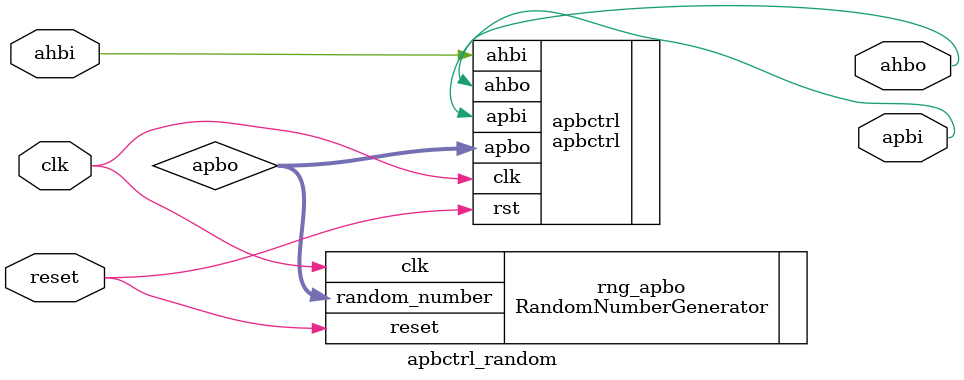
<source format=sv>
/*
* apbctrl top level module that incorporates the random number generator
* to allow bitstream generation without Vivado interferance
*/
`include "../../random_number_generator.sv"

module apbctrl_random(
    input logic clk,
    input logic reset,
    input logic ahbi,
    output logic ahbo,
    output logic apbi
    );

logic [31:0] apbo;

RandomNumberGenerator #(32, 3) rng_apbo (
  .clk(clk),
  .reset(reset),
  .random_number(apbo[31:0])
);

apbctrl apbctrl (
    .clk(clk),
    .rst(reset),
    .ahbi(ahbi),
    .ahbo(ahbo),
    .apbi(apbi),
    .apbo(apbo[31:0])
);

endmodule
</source>
